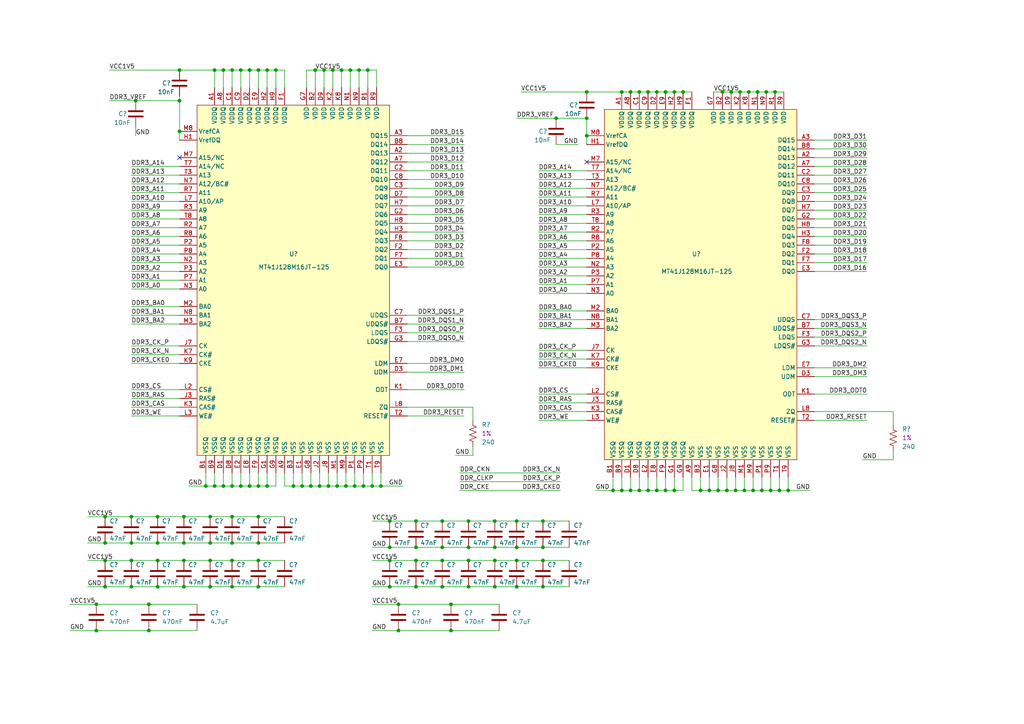
<source format=kicad_sch>
(kicad_sch (version 20211123) (generator eeschema)
  (paper "A4")
  (lib_symbols
    (symbol "Device:C" (pin_numbers hide) (pin_names (offset 0.254))
      (property "Reference" "C" (at 0.635 2.54 0))
      (property "Value" "C" (at 0.635 -2.54 0))
      (symbol "C_0_1"
        (polyline (pts (xy -2.032 -0.762) (xy 2.032 -0.762)) (stroke (width 0.508)))
        (polyline (pts (xy -2.032 0.762) (xy 2.032 0.762)) (stroke (width 0.508)))
      )
      (symbol "C_1_1"
        (pin passive line (at 0 3.81 270) (length 2.794) (name "~") (number "1"))
        (pin passive line (at 0 -3.81 90) (length 2.794) (name "~") (number "2"))
      )
    )
    (symbol "Device:R_US" (pin_numbers hide) (pin_names (offset 0))
      (property "Reference" "R" (at 2.54 0 90))
      (property "Value" "R_US" (at -2.54 0 90))
      (symbol "R_US_0_1"
        (polyline (pts (xy 0 -2.286) (xy 0 -2.54)))
        (polyline (pts (xy 0 2.286) (xy 0 2.54)))
        (polyline (pts (xy 0 -0.762) (xy 1.016 -1.143) (xy 0 -1.524) (xy -1.016 -1.905) (xy 0 -2.286)))
        (polyline (pts (xy 0 0.762) (xy 1.016 0.381) (xy 0 0) (xy -1.016 -0.381) (xy 0 -0.762)))
        (polyline (pts (xy 0 2.286) (xy 1.016 1.905) (xy 0 1.524) (xy -1.016 1.143) (xy 0 0.762)))
      )
      (symbol "R_US_1_1"
        (pin passive line (at 0 3.81 270) (length 1.27) (name "~") (number "1"))
        (pin passive line (at 0 -3.81 90) (length 1.27) (name "~") (number "2"))
      )
    )
    (symbol "MT41J128M16JT-125_1"
      (property "Reference" "U?" (at 0 1.27 0))
      (property "Value" "MT41J128M16JT-125_1" (at -8.89 -2.54 0))
      (symbol "MT41J128M16JT-125_1_0_1"
        (rectangle (start -26.67 44.45) (end 29.21 -57.15) (fill (type background)))
      )
      (symbol "MT41J128M16JT-125_1_1_1"
        (pin input line (at -21.59 49.53 270) (length 5) (name "VDDQ") (number "A1"))
        (pin input line (at 34.29 30.48 180) (length 5) (name "DQ13") (number "A2"))
        (pin input line (at 34.29 35.56 180) (length 5) (name "DQ15") (number "A3"))
        (pin input line (at 34.29 27.94 180) (length 5) (name "DQ12") (number "A7"))
        (pin input line (at -19.05 49.53 270) (length 5) (name "VDDQ") (number "A8"))
        (pin input line (at -1.27 -62.23 90) (length 5) (name "VSS") (number "A9"))
        (pin input line (at -24.13 -62.23 90) (length 5) (name "VSSQ") (number "B1"))
        (pin input line (at 7.62 49.53 270) (length 5) (name "VDD") (number "B2"))
        (pin input line (at 1.27 -62.23 90) (length 5) (name "VSS") (number "B3"))
        (pin input line (at 34.29 -19.05 180) (length 5) (name "UDQS#") (number "B7"))
        (pin input line (at 34.29 33.02 180) (length 5) (name "DQ14") (number "B8"))
        (pin input line (at -21.59 -62.23 90) (length 5) (name "VSSQ") (number "B9"))
        (pin input line (at -16.51 49.53 270) (length 5) (name "VDDQ") (number "C1"))
        (pin input line (at 34.29 25.4 180) (length 5) (name "DQ11") (number "C2"))
        (pin input line (at 34.29 20.32 180) (length 5) (name "DQ9") (number "C3"))
        (pin input line (at 34.29 -16.51 180) (length 5) (name "UDQS") (number "C7"))
        (pin input line (at 34.29 22.86 180) (length 5) (name "DQ10") (number "C8"))
        (pin input line (at -13.97 49.53 270) (length 5) (name "VDDQ") (number "C9"))
        (pin input line (at -19.05 -62.23 90) (length 5) (name "VSSQ") (number "D1"))
        (pin input line (at -11.43 49.53 270) (length 5) (name "VDDQ") (number "D2"))
        (pin input line (at 34.29 -33.02 180) (length 5) (name "UDM") (number "D3"))
        (pin input line (at 34.29 17.78 180) (length 5) (name "DQ8") (number "D7"))
        (pin input line (at -16.51 -62.23 90) (length 5) (name "VSSQ") (number "D8"))
        (pin input line (at 10.16 49.53 270) (length 5) (name "VDD") (number "D9"))
        (pin input line (at 3.81 -62.23 90) (length 5) (name "VSS") (number "E1"))
        (pin input line (at -13.97 -62.23 90) (length 5) (name "VSSQ") (number "E2"))
        (pin input line (at 34.29 -2.54 180) (length 5) (name "DQ0") (number "E3"))
        (pin input line (at 34.29 -30.48 180) (length 5) (name "LDM") (number "E7"))
        (pin input line (at -11.43 -62.23 90) (length 5) (name "VSSQ") (number "E8"))
        (pin input line (at -8.89 49.53 270) (length 5) (name "VDDQ") (number "E9"))
        (pin input line (at -1.27 49.53 270) (length 5) (name "VDDQ") (number "F1"))
        (pin input line (at 34.29 2.54 180) (length 5) (name "DQ2") (number "F2"))
        (pin input line (at 34.29 -21.59 180) (length 5) (name "LDQS") (number "F3"))
        (pin input line (at 34.29 0 180) (length 5) (name "DQ1") (number "F7"))
        (pin input line (at 34.29 5.08 180) (length 5) (name "DQ3") (number "F8"))
        (pin input line (at -8.89 -62.23 90) (length 5) (name "VSSQ") (number "F9"))
        (pin input line (at -6.35 -62.23 90) (length 5) (name "VSSQ") (number "G1"))
        (pin input line (at 34.29 12.7 180) (length 5) (name "DQ6") (number "G2"))
        (pin input line (at 34.29 -24.13 180) (length 5) (name "LDQS#") (number "G3"))
        (pin input line (at 5.08 49.53 270) (length 5) (name "VDD") (number "G7"))
        (pin input line (at 6.35 -62.23 90) (length 5) (name "VSS") (number "G8"))
        (pin input line (at -3.81 -62.23 90) (length 5) (name "VSSQ") (number "G9"))
        (pin input line (at -31.75 34.29 0) (length 5) (name "VrefDQ") (number "H1"))
        (pin input line (at -6.35 49.53 270) (length 5) (name "VDDQ") (number "H2"))
        (pin input line (at 34.29 7.62 180) (length 5) (name "DQ4") (number "H3"))
        (pin input line (at 34.29 15.24 180) (length 5) (name "DQ7") (number "H7"))
        (pin input line (at 34.29 10.16 180) (length 5) (name "DQ5") (number "H8"))
        (pin input line (at -3.81 49.53 270) (length 5) (name "VDDQ") (number "H9"))
        (pin input line (at 8.89 -62.23 90) (length 5) (name "VSS") (number "J2"))
        (pin input line (at -31.75 -40.64 0) (length 5) (name "RAS#") (number "J3"))
        (pin input line (at -31.75 -25.4 0) (length 5) (name "CK") (number "J7"))
        (pin input line (at 11.43 -62.23 90) (length 5) (name "VSS") (number "J8"))
        (pin input line (at 34.29 -38.1 180) (length 5) (name "ODT") (number "K1"))
        (pin input line (at 12.7 49.53 270) (length 5) (name "VDD") (number "K2"))
        (pin input line (at -31.75 -43.18 0) (length 5) (name "CAS#") (number "K3"))
        (pin input line (at -31.75 -27.94 0) (length 5) (name "CK#") (number "K7"))
        (pin input line (at 15.24 49.53 270) (length 5) (name "VDD") (number "K8"))
        (pin input line (at -31.75 -30.48 0) (length 5) (name "CKE") (number "K9"))
        (pin input line (at -31.75 -38.1 0) (length 5) (name "CS#") (number "L2"))
        (pin input line (at -31.75 -45.72 0) (length 5) (name "WE#") (number "L3"))
        (pin input line (at -31.75 16.51 0) (length 5) (name "A10/AP") (number "L7"))
        (pin input line (at 34.29 -43.18 180) (length 5) (name "ZQ") (number "L8"))
        (pin input line (at 13.97 -62.23 90) (length 5) (name "VSS") (number "M1"))
        (pin input line (at -31.75 -13.97 0) (length 5) (name "BA0") (number "M2"))
        (pin input line (at -31.75 -19.05 0) (length 5) (name "BA2") (number "M3"))
        (pin input line (at -31.75 29.21 0) (length 5) (name "A15/NC") (number "M7"))
        (pin input line (at -31.75 36.83 0) (length 5) (name "VrefCA") (number "M8"))
        (pin input line (at 16.51 -62.23 90) (length 5) (name "VSS") (number "M9"))
        (pin input line (at 17.78 49.53 270) (length 5) (name "VDD") (number "N1"))
        (pin input line (at -31.75 -1.27 0) (length 5) (name "A3") (number "N2"))
        (pin input line (at -31.75 -8.89 0) (length 5) (name "A0") (number "N3"))
        (pin input line (at -31.75 21.59 0) (length 5) (name "A12/BC#") (number "N7"))
        (pin input line (at -31.75 -16.51 0) (length 5) (name "BA1") (number "N8"))
        (pin input line (at 20.32 49.53 270) (length 5) (name "VDD") (number "N9"))
        (pin input line (at 19.05 -62.23 90) (length 5) (name "VSS") (number "P1"))
        (pin input line (at -31.75 3.81 0) (length 5) (name "A5") (number "P2"))
        (pin input line (at -31.75 -3.81 0) (length 5) (name "A2") (number "P3"))
        (pin input line (at -31.75 -6.35 0) (length 5) (name "A1") (number "P7"))
        (pin input line (at -31.75 1.27 0) (length 5) (name "A4") (number "P8"))
        (pin input line (at 21.59 -62.23 90) (length 5) (name "VSS") (number "P9"))
        (pin input line (at 22.86 49.53 270) (length 5) (name "VDD") (number "R1"))
        (pin input line (at -31.75 8.89 0) (length 5) (name "A7") (number "R2"))
        (pin input line (at -31.75 13.97 0) (length 5) (name "A9") (number "R3"))
        (pin input line (at -31.75 19.05 0) (length 5) (name "A11") (number "R7"))
        (pin input line (at -31.75 6.35 0) (length 5) (name "A6") (number "R8"))
        (pin input line (at 25.4 49.53 270) (length 5) (name "VDD") (number "R9"))
        (pin input line (at 24.13 -62.23 90) (length 5) (name "VSS") (number "T1"))
        (pin input line (at 34.29 -45.72 180) (length 5) (name "RESET#") (number "T2"))
        (pin input line (at -31.75 24.13 0) (length 5) (name "A13") (number "T3"))
        (pin input line (at -31.75 26.67 0) (length 5) (name "A14/NC") (number "T7"))
        (pin input line (at -31.75 11.43 0) (length 5) (name "A8") (number "T8"))
        (pin input line (at 26.67 -62.23 90) (length 5) (name "VSS") (number "T9"))
      )
    )
    (symbol "Zynq7000:MT41J128M16JT-125"
      (property "Reference" "U?" (at -1.27 2.54 0))
      (property "Value" "MT41J128M16JT-125" (at -10.16 -2.54 0))
      (symbol "MT41J128M16JT-125_0_1"
        (rectangle (start -26.67 44.45) (end 29.21 -57.15) (fill (type background)))
      )
      (symbol "MT41J128M16JT-125_1_1"
        (pin input line (at -21.59 49.53 270) (length 5) (name "VDDQ") (number "A1"))
        (pin input line (at 34.29 30.48 180) (length 5) (name "DQ13") (number "A2"))
        (pin input line (at 34.29 35.56 180) (length 5) (name "DQ15") (number "A3"))
        (pin input line (at 34.29 27.94 180) (length 5) (name "DQ12") (number "A7"))
        (pin input line (at -19.05 49.53 270) (length 5) (name "VDDQ") (number "A8"))
        (pin input line (at -1.27 -62.23 90) (length 5) (name "VSS") (number "A9"))
        (pin input line (at -24.13 -62.23 90) (length 5) (name "VSSQ") (number "B1"))
        (pin input line (at 7.62 49.53 270) (length 5) (name "VDD") (number "B2"))
        (pin input line (at 1.27 -62.23 90) (length 5) (name "VSS") (number "B3"))
        (pin input line (at 34.29 -19.05 180) (length 5) (name "UDQS#") (number "B7"))
        (pin input line (at 34.29 33.02 180) (length 5) (name "DQ14") (number "B8"))
        (pin input line (at -21.59 -62.23 90) (length 5) (name "VSSQ") (number "B9"))
        (pin input line (at -16.51 49.53 270) (length 5) (name "VDDQ") (number "C1"))
        (pin input line (at 34.29 25.4 180) (length 5) (name "DQ11") (number "C2"))
        (pin input line (at 34.29 20.32 180) (length 5) (name "DQ9") (number "C3"))
        (pin input line (at 34.29 -16.51 180) (length 5) (name "UDQS") (number "C7"))
        (pin input line (at 34.29 22.86 180) (length 5) (name "DQ10") (number "C8"))
        (pin input line (at -13.97 49.53 270) (length 5) (name "VDDQ") (number "C9"))
        (pin input line (at -19.05 -62.23 90) (length 5) (name "VSSQ") (number "D1"))
        (pin input line (at -11.43 49.53 270) (length 5) (name "VDDQ") (number "D2"))
        (pin input line (at 34.29 -33.02 180) (length 5) (name "UDM") (number "D3"))
        (pin input line (at 34.29 17.78 180) (length 5) (name "DQ8") (number "D7"))
        (pin input line (at -16.51 -62.23 90) (length 5) (name "VSSQ") (number "D8"))
        (pin input line (at 10.16 49.53 270) (length 5) (name "VDD") (number "D9"))
        (pin input line (at 3.81 -62.23 90) (length 5) (name "VSS") (number "E1"))
        (pin input line (at -13.97 -62.23 90) (length 5) (name "VSSQ") (number "E2"))
        (pin input line (at 34.29 -2.54 180) (length 5) (name "DQ0") (number "E3"))
        (pin input line (at 34.29 -30.48 180) (length 5) (name "LDM") (number "E7"))
        (pin input line (at -11.43 -62.23 90) (length 5) (name "VSSQ") (number "E8"))
        (pin input line (at -8.89 49.53 270) (length 5) (name "VDDQ") (number "E9"))
        (pin input line (at -1.27 49.53 270) (length 5) (name "VDDQ") (number "F1"))
        (pin input line (at 34.29 2.54 180) (length 5) (name "DQ2") (number "F2"))
        (pin input line (at 34.29 -21.59 180) (length 5) (name "LDQS") (number "F3"))
        (pin input line (at 34.29 0 180) (length 5) (name "DQ1") (number "F7"))
        (pin input line (at 34.29 5.08 180) (length 5) (name "DQ3") (number "F8"))
        (pin input line (at -8.89 -62.23 90) (length 5) (name "VSSQ") (number "F9"))
        (pin input line (at -6.35 -62.23 90) (length 5) (name "VSSQ") (number "G1"))
        (pin input line (at 34.29 12.7 180) (length 5) (name "DQ6") (number "G2"))
        (pin input line (at 34.29 -24.13 180) (length 5) (name "LDQS#") (number "G3"))
        (pin input line (at 5.08 49.53 270) (length 5) (name "VDD") (number "G7"))
        (pin input line (at 6.35 -62.23 90) (length 5) (name "VSS") (number "G8"))
        (pin input line (at -3.81 -62.23 90) (length 5) (name "VSSQ") (number "G9"))
        (pin input line (at -31.75 34.29 0) (length 5) (name "VrefDQ") (number "H1"))
        (pin input line (at -6.35 49.53 270) (length 5) (name "VDDQ") (number "H2"))
        (pin input line (at 34.29 7.62 180) (length 5) (name "DQ4") (number "H3"))
        (pin input line (at 34.29 15.24 180) (length 5) (name "DQ7") (number "H7"))
        (pin input line (at 34.29 10.16 180) (length 5) (name "DQ5") (number "H8"))
        (pin input line (at -3.81 49.53 270) (length 5) (name "VDDQ") (number "H9"))
        (pin input line (at 8.89 -62.23 90) (length 5) (name "VSS") (number "J2"))
        (pin input line (at -31.75 -40.64 0) (length 5) (name "RAS#") (number "J3"))
        (pin input line (at -31.75 -25.4 0) (length 5) (name "CK") (number "J7"))
        (pin input line (at 11.43 -62.23 90) (length 5) (name "VSS") (number "J8"))
        (pin input line (at 34.29 -38.1 180) (length 5) (name "ODT") (number "K1"))
        (pin input line (at 12.7 49.53 270) (length 5) (name "VDD") (number "K2"))
        (pin input line (at -31.75 -43.18 0) (length 5) (name "CAS#") (number "K3"))
        (pin input line (at -31.75 -27.94 0) (length 5) (name "CK#") (number "K7"))
        (pin input line (at 15.24 49.53 270) (length 5) (name "VDD") (number "K8"))
        (pin input line (at -31.75 -30.48 0) (length 5) (name "CKE") (number "K9"))
        (pin input line (at -31.75 -38.1 0) (length 5) (name "CS#") (number "L2"))
        (pin input line (at -31.75 -45.72 0) (length 5) (name "WE#") (number "L3"))
        (pin input line (at -31.75 16.51 0) (length 5) (name "A10/AP") (number "L7"))
        (pin input line (at 34.29 -43.18 180) (length 5) (name "ZQ") (number "L8"))
        (pin input line (at 13.97 -62.23 90) (length 5) (name "VSS") (number "M1"))
        (pin input line (at -31.75 -13.97 0) (length 5) (name "BA0") (number "M2"))
        (pin input line (at -31.75 -19.05 0) (length 5) (name "BA2") (number "M3"))
        (pin input line (at -31.75 29.21 0) (length 5) (name "A15/NC") (number "M7"))
        (pin input line (at -31.75 36.83 0) (length 5) (name "VrefCA") (number "M8"))
        (pin input line (at 16.51 -62.23 90) (length 5) (name "VSS") (number "M9"))
        (pin input line (at 17.78 49.53 270) (length 5) (name "VDD") (number "N1"))
        (pin input line (at -31.75 -1.27 0) (length 5) (name "A3") (number "N2"))
        (pin input line (at -31.75 -8.89 0) (length 5) (name "A0") (number "N3"))
        (pin input line (at -31.75 21.59 0) (length 5) (name "A12/BC#") (number "N7"))
        (pin input line (at -31.75 -16.51 0) (length 5) (name "BA1") (number "N8"))
        (pin input line (at 20.32 49.53 270) (length 5) (name "VDD") (number "N9"))
        (pin input line (at 19.05 -62.23 90) (length 5) (name "VSS") (number "P1"))
        (pin input line (at -31.75 3.81 0) (length 5) (name "A5") (number "P2"))
        (pin input line (at -31.75 -3.81 0) (length 5) (name "A2") (number "P3"))
        (pin input line (at -31.75 -6.35 0) (length 5) (name "A1") (number "P7"))
        (pin input line (at -31.75 1.27 0) (length 5) (name "A4") (number "P8"))
        (pin input line (at 21.59 -62.23 90) (length 5) (name "VSS") (number "P9"))
        (pin input line (at 22.86 49.53 270) (length 5) (name "VDD") (number "R1"))
        (pin input line (at -31.75 8.89 0) (length 5) (name "A7") (number "R2"))
        (pin input line (at -31.75 13.97 0) (length 5) (name "A9") (number "R3"))
        (pin input line (at -31.75 19.05 0) (length 5) (name "A11") (number "R7"))
        (pin input line (at -31.75 6.35 0) (length 5) (name "A6") (number "R8"))
        (pin input line (at 25.4 49.53 270) (length 5) (name "VDD") (number "R9"))
        (pin input line (at 24.13 -62.23 90) (length 5) (name "VSS") (number "T1"))
        (pin input line (at 34.29 -45.72 180) (length 5) (name "RESET#") (number "T2"))
        (pin input line (at -31.75 24.13 0) (length 5) (name "A13") (number "T3"))
        (pin input line (at -31.75 26.67 0) (length 5) (name "A14/NC") (number "T7"))
        (pin input line (at -31.75 11.43 0) (length 5) (name "A8") (number "T8"))
        (pin input line (at 26.67 -62.23 90) (length 5) (name "VSS") (number "T9"))
      )
    )
  )
  (junction (at 187.96 26.67))
  (junction (at 105.41 140.97))
  (junction (at 170.18 34.29))
  (junction (at 77.47 140.97))
  (junction (at 74.93 157.48))
  (junction (at 39.37 29.21))
  (junction (at 215.9 142.24))
  (junction (at 149.86 151.13))
  (junction (at 224.79 26.67))
  (junction (at 72.39 20.32))
  (junction (at 77.47 20.32))
  (junction (at 53.34 157.48))
  (junction (at 143.51 170.18))
  (junction (at 130.81 175.26))
  (junction (at 149.86 162.56))
  (junction (at 85.09 140.97))
  (junction (at 52.07 29.21))
  (junction (at 67.31 170.18))
  (junction (at 100.33 140.97))
  (junction (at 64.77 140.97))
  (junction (at 80.01 20.32))
  (junction (at 170.18 39.37))
  (junction (at 190.5 26.67))
  (junction (at 107.95 140.97))
  (junction (at 135.89 162.56))
  (junction (at 74.93 149.86))
  (junction (at 91.44 20.32))
  (junction (at 135.89 151.13))
  (junction (at 115.57 182.88))
  (junction (at 212.09 26.67))
  (junction (at 143.51 162.56))
  (junction (at 213.36 142.24))
  (junction (at 120.65 162.56))
  (junction (at 106.68 20.32))
  (junction (at 93.98 20.32))
  (junction (at 157.48 162.56))
  (junction (at 143.51 158.75))
  (junction (at 128.27 151.13))
  (junction (at 185.42 26.67))
  (junction (at 87.63 140.97))
  (junction (at 228.6 142.24))
  (junction (at 74.93 140.97))
  (junction (at 27.94 182.88))
  (junction (at 99.06 20.32))
  (junction (at 214.63 26.67))
  (junction (at 208.28 142.24))
  (junction (at 170.18 26.67))
  (junction (at 113.03 158.75))
  (junction (at 67.31 149.86))
  (junction (at 182.88 26.67))
  (junction (at 67.31 157.48))
  (junction (at 74.93 20.32))
  (junction (at 53.34 170.18))
  (junction (at 64.77 20.32))
  (junction (at 157.48 151.13))
  (junction (at 198.12 26.67))
  (junction (at 190.5 142.24))
  (junction (at 38.1 162.56))
  (junction (at 45.72 162.56))
  (junction (at 157.48 158.75))
  (junction (at 53.34 149.86))
  (junction (at 120.65 151.13))
  (junction (at 60.96 170.18))
  (junction (at 222.25 26.67))
  (junction (at 62.23 20.32))
  (junction (at 38.1 157.48))
  (junction (at 27.94 175.26))
  (junction (at 187.96 142.24))
  (junction (at 74.93 162.56))
  (junction (at 102.87 140.97))
  (junction (at 180.34 26.67))
  (junction (at 53.34 162.56))
  (junction (at 180.34 142.24))
  (junction (at 97.79 140.97))
  (junction (at 69.85 20.32))
  (junction (at 60.96 157.48))
  (junction (at 143.51 151.13))
  (junction (at 59.69 140.97))
  (junction (at 52.07 20.32))
  (junction (at 69.85 140.97))
  (junction (at 226.06 142.24))
  (junction (at 193.04 26.67))
  (junction (at 67.31 140.97))
  (junction (at 161.29 34.29))
  (junction (at 43.18 175.26))
  (junction (at 135.89 158.75))
  (junction (at 90.17 140.97))
  (junction (at 72.39 140.97))
  (junction (at 52.07 38.1))
  (junction (at 38.1 170.18))
  (junction (at 128.27 162.56))
  (junction (at 217.17 26.67))
  (junction (at 195.58 26.67))
  (junction (at 67.31 162.56))
  (junction (at 135.89 170.18))
  (junction (at 185.42 142.24))
  (junction (at 110.49 140.97))
  (junction (at 67.31 20.32))
  (junction (at 74.93 170.18))
  (junction (at 130.81 182.88))
  (junction (at 209.55 26.67))
  (junction (at 30.48 162.56))
  (junction (at 157.48 170.18))
  (junction (at 30.48 157.48))
  (junction (at 62.23 140.97))
  (junction (at 203.2 142.24))
  (junction (at 218.44 142.24))
  (junction (at 219.71 26.67))
  (junction (at 195.58 142.24))
  (junction (at 149.86 170.18))
  (junction (at 113.03 162.56))
  (junction (at 182.88 142.24))
  (junction (at 30.48 170.18))
  (junction (at 104.14 20.32))
  (junction (at 223.52 142.24))
  (junction (at 149.86 158.75))
  (junction (at 43.18 182.88))
  (junction (at 38.1 149.86))
  (junction (at 45.72 149.86))
  (junction (at 120.65 158.75))
  (junction (at 92.71 140.97))
  (junction (at 45.72 157.48))
  (junction (at 120.65 170.18))
  (junction (at 101.6 20.32))
  (junction (at 60.96 149.86))
  (junction (at 113.03 151.13))
  (junction (at 193.04 142.24))
  (junction (at 210.82 142.24))
  (junction (at 60.96 162.56))
  (junction (at 177.8 142.24))
  (junction (at 205.74 142.24))
  (junction (at 30.48 149.86))
  (junction (at 115.57 175.26))
  (junction (at 95.25 140.97))
  (junction (at 113.03 170.18))
  (junction (at 128.27 158.75))
  (junction (at 96.52 20.32))
  (junction (at 128.27 170.18))
  (junction (at 220.98 142.24))
  (junction (at 45.72 170.18))
  (no_connect (at 52.07 45.72))
  (no_connect (at 170.18 46.99))
  (wire (pts (xy 182.88 138.43) (xy 182.88 142.24)))
  (wire (pts (xy 118.11 74.93) (xy 134.62 74.93)))
  (wire (pts (xy 106.68 20.32) (xy 109.22 20.32)))
  (wire (pts (xy 92.71 137.16) (xy 92.71 140.97)))
  (wire (pts (xy 85.09 140.97) (xy 87.63 140.97)))
  (wire (pts (xy 87.63 137.16) (xy 87.63 140.97)))
  (wire (pts (xy 236.22 78.74) (xy 251.46 78.74)))
  (wire (pts (xy 118.11 118.11) (xy 137.16 118.11)))
  (wire (pts (xy 236.22 73.66) (xy 251.46 73.66)))
  (wire (pts (xy 151.13 26.67) (xy 170.18 26.67)))
  (wire (pts (xy 236.22 68.58) (xy 251.46 68.58)))
  (wire (pts (xy 118.11 44.45) (xy 134.62 44.45)))
  (wire (pts (xy 52.07 38.1) (xy 52.07 40.64)))
  (wire (pts (xy 156.21 95.25) (xy 170.18 95.25)))
  (wire (pts (xy 101.6 20.32) (xy 104.14 20.32)))
  (wire (pts (xy 107.95 158.75) (xy 113.03 158.75)))
  (wire (pts (xy 30.48 170.18) (xy 38.1 170.18)))
  (wire (pts (xy 74.93 137.16) (xy 74.93 140.97)))
  (wire (pts (xy 212.09 26.67) (xy 214.63 26.67)))
  (wire (pts (xy 107.95 170.18) (xy 113.03 170.18)))
  (wire (pts (xy 30.48 162.56) (xy 38.1 162.56)))
  (wire (pts (xy 38.1 81.28) (xy 52.07 81.28)))
  (wire (pts (xy 110.49 140.97) (xy 116.84 140.97)))
  (wire (pts (xy 38.1 115.57) (xy 52.07 115.57)))
  (wire (pts (xy 156.21 54.61) (xy 170.18 54.61)))
  (wire (pts (xy 43.18 175.26) (xy 57.15 175.26)))
  (wire (pts (xy 100.33 137.16) (xy 100.33 140.97)))
  (wire (pts (xy 38.1 53.34) (xy 52.07 53.34)))
  (wire (pts (xy 118.11 59.69) (xy 134.62 59.69)))
  (wire (pts (xy 118.11 93.98) (xy 134.62 93.98)))
  (wire (pts (xy 101.6 20.32) (xy 101.6 25.4)))
  (wire (pts (xy 106.68 20.32) (xy 106.68 25.4)))
  (wire (pts (xy 115.57 175.26) (xy 130.81 175.26)))
  (wire (pts (xy 100.33 140.97) (xy 102.87 140.97)))
  (wire (pts (xy 107.95 140.97) (xy 110.49 140.97)))
  (wire (pts (xy 215.9 138.43) (xy 215.9 142.24)))
  (wire (pts (xy 187.96 26.67) (xy 190.5 26.67)))
  (wire (pts (xy 53.34 149.86) (xy 60.96 149.86)))
  (wire (pts (xy 38.1 120.65) (xy 52.07 120.65)))
  (wire (pts (xy 120.65 162.56) (xy 128.27 162.56)))
  (wire (pts (xy 38.1 88.9) (xy 52.07 88.9)))
  (wire (pts (xy 198.12 26.67) (xy 200.66 26.67)))
  (wire (pts (xy 105.41 137.16) (xy 105.41 140.97)))
  (wire (pts (xy 156.21 59.69) (xy 170.18 59.69)))
  (wire (pts (xy 205.74 138.43) (xy 205.74 142.24)))
  (wire (pts (xy 236.22 66.04) (xy 251.46 66.04)))
  (wire (pts (xy 236.22 97.79) (xy 251.46 97.79)))
  (wire (pts (xy 215.9 142.24) (xy 218.44 142.24)))
  (wire (pts (xy 133.35 137.16) (xy 162.56 137.16)))
  (wire (pts (xy 172.72 142.24) (xy 177.8 142.24)))
  (wire (pts (xy 38.1 71.12) (xy 52.07 71.12)))
  (wire (pts (xy 69.85 20.32) (xy 72.39 20.32)))
  (wire (pts (xy 80.01 137.16) (xy 80.01 140.97)))
  (wire (pts (xy 38.1 93.98) (xy 52.07 93.98)))
  (wire (pts (xy 90.17 137.16) (xy 90.17 140.97)))
  (wire (pts (xy 62.23 137.16) (xy 62.23 140.97)))
  (wire (pts (xy 77.47 137.16) (xy 77.47 140.97)))
  (wire (pts (xy 38.1 105.41) (xy 52.07 105.41)))
  (wire (pts (xy 69.85 25.4) (xy 69.85 20.32)))
  (wire (pts (xy 156.21 119.38) (xy 170.18 119.38)))
  (wire (pts (xy 180.34 138.43) (xy 180.34 142.24)))
  (wire (pts (xy 156.21 92.71) (xy 170.18 92.71)))
  (wire (pts (xy 213.36 142.24) (xy 215.9 142.24)))
  (wire (pts (xy 217.17 26.67) (xy 219.71 26.67)))
  (wire (pts (xy 96.52 20.32) (xy 99.06 20.32)))
  (wire (pts (xy 69.85 140.97) (xy 72.39 140.97)))
  (wire (pts (xy 236.22 114.3) (xy 251.46 114.3)))
  (wire (pts (xy 118.11 72.39) (xy 134.62 72.39)))
  (wire (pts (xy 205.74 142.24) (xy 208.28 142.24)))
  (wire (pts (xy 85.09 137.16) (xy 85.09 140.97)))
  (wire (pts (xy 72.39 137.16) (xy 72.39 140.97)))
  (wire (pts (xy 185.42 26.67) (xy 187.96 26.67)))
  (wire (pts (xy 156.21 64.77) (xy 170.18 64.77)))
  (wire (pts (xy 118.11 69.85) (xy 134.62 69.85)))
  (wire (pts (xy 102.87 137.16) (xy 102.87 140.97)))
  (wire (pts (xy 77.47 20.32) (xy 80.01 20.32)))
  (wire (pts (xy 143.51 162.56) (xy 149.86 162.56)))
  (wire (pts (xy 72.39 20.32) (xy 72.39 25.4)))
  (wire (pts (xy 45.72 162.56) (xy 53.34 162.56)))
  (wire (pts (xy 59.69 140.97) (xy 62.23 140.97)))
  (wire (pts (xy 60.96 149.86) (xy 67.31 149.86)))
  (wire (pts (xy 88.9 25.4) (xy 88.9 20.32)))
  (wire (pts (xy 236.22 58.42) (xy 251.46 58.42)))
  (wire (pts (xy 209.55 26.67) (xy 212.09 26.67)))
  (wire (pts (xy 118.11 113.03) (xy 134.62 113.03)))
  (wire (pts (xy 218.44 138.43) (xy 218.44 142.24)))
  (wire (pts (xy 149.86 158.75) (xy 157.48 158.75)))
  (wire (pts (xy 64.77 20.32) (xy 67.31 20.32)))
  (wire (pts (xy 118.11 105.41) (xy 134.62 105.41)))
  (wire (pts (xy 27.94 175.26) (xy 43.18 175.26)))
  (wire (pts (xy 104.14 20.32) (xy 104.14 25.4)))
  (wire (pts (xy 236.22 60.96) (xy 251.46 60.96)))
  (wire (pts (xy 187.96 142.24) (xy 190.5 142.24)))
  (wire (pts (xy 156.21 80.01) (xy 170.18 80.01)))
  (wire (pts (xy 259.08 119.38) (xy 259.08 123.19)))
  (wire (pts (xy 207.01 26.67) (xy 209.55 26.67)))
  (wire (pts (xy 74.93 140.97) (xy 77.47 140.97)))
  (wire (pts (xy 180.34 142.24) (xy 182.88 142.24)))
  (wire (pts (xy 67.31 157.48) (xy 74.93 157.48)))
  (wire (pts (xy 64.77 20.32) (xy 64.77 25.4)))
  (wire (pts (xy 90.17 140.97) (xy 92.71 140.97)))
  (wire (pts (xy 203.2 142.24) (xy 205.74 142.24)))
  (wire (pts (xy 130.81 182.88) (xy 144.78 182.88)))
  (wire (pts (xy 120.65 158.75) (xy 128.27 158.75)))
  (wire (pts (xy 128.27 170.18) (xy 135.89 170.18)))
  (wire (pts (xy 143.51 170.18) (xy 149.86 170.18)))
  (wire (pts (xy 143.51 158.75) (xy 149.86 158.75)))
  (wire (pts (xy 236.22 53.34) (xy 251.46 53.34)))
  (wire (pts (xy 156.21 106.68) (xy 170.18 106.68)))
  (wire (pts (xy 74.93 157.48) (xy 82.55 157.48)))
  (wire (pts (xy 170.18 39.37) (xy 170.18 41.91)))
  (wire (pts (xy 104.14 20.32) (xy 106.68 20.32)))
  (wire (pts (xy 113.03 151.13) (xy 120.65 151.13)))
  (wire (pts (xy 67.31 20.32) (xy 67.31 25.4)))
  (wire (pts (xy 156.21 67.31) (xy 170.18 67.31)))
  (wire (pts (xy 118.11 41.91) (xy 134.62 41.91)))
  (wire (pts (xy 67.31 140.97) (xy 69.85 140.97)))
  (wire (pts (xy 45.72 170.18) (xy 53.34 170.18)))
  (wire (pts (xy 45.72 149.86) (xy 53.34 149.86)))
  (wire (pts (xy 210.82 142.24) (xy 213.36 142.24)))
  (wire (pts (xy 236.22 92.71) (xy 251.46 92.71)))
  (wire (pts (xy 236.22 40.64) (xy 251.46 40.64)))
  (wire (pts (xy 118.11 64.77) (xy 134.62 64.77)))
  (wire (pts (xy 107.95 175.26) (xy 115.57 175.26)))
  (wire (pts (xy 250.19 133.35) (xy 259.08 133.35)))
  (wire (pts (xy 228.6 142.24) (xy 234.95 142.24)))
  (wire (pts (xy 228.6 138.43) (xy 228.6 142.24)))
  (wire (pts (xy 91.44 20.32) (xy 91.44 25.4)))
  (wire (pts (xy 80.01 25.4) (xy 80.01 20.32)))
  (wire (pts (xy 236.22 71.12) (xy 251.46 71.12)))
  (wire (pts (xy 31.75 29.21) (xy 39.37 29.21)))
  (wire (pts (xy 113.03 158.75) (xy 120.65 158.75)))
  (wire (pts (xy 67.31 170.18) (xy 74.93 170.18)))
  (wire (pts (xy 38.1 100.33) (xy 52.07 100.33)))
  (wire (pts (xy 156.21 52.07) (xy 170.18 52.07)))
  (wire (pts (xy 185.42 142.24) (xy 187.96 142.24)))
  (wire (pts (xy 38.1 55.88) (xy 52.07 55.88)))
  (wire (pts (xy 82.55 140.97) (xy 85.09 140.97)))
  (wire (pts (xy 20.32 182.88) (xy 27.94 182.88)))
  (wire (pts (xy 236.22 95.25) (xy 251.46 95.25)))
  (wire (pts (xy 226.06 138.43) (xy 226.06 142.24)))
  (wire (pts (xy 38.1 68.58) (xy 52.07 68.58)))
  (wire (pts (xy 25.4 149.86) (xy 30.48 149.86)))
  (wire (pts (xy 156.21 101.6) (xy 170.18 101.6)))
  (wire (pts (xy 161.29 34.29) (xy 170.18 34.29)))
  (wire (pts (xy 52.07 27.94) (xy 52.07 29.21)))
  (wire (pts (xy 161.29 41.91) (xy 167.64 41.91)))
  (wire (pts (xy 236.22 76.2) (xy 251.46 76.2)))
  (wire (pts (xy 133.35 139.7) (xy 162.56 139.7)))
  (wire (pts (xy 60.96 170.18) (xy 67.31 170.18)))
  (wire (pts (xy 72.39 140.97) (xy 74.93 140.97)))
  (wire (pts (xy 210.82 138.43) (xy 210.82 142.24)))
  (wire (pts (xy 180.34 26.67) (xy 182.88 26.67)))
  (wire (pts (xy 74.93 162.56) (xy 82.55 162.56)))
  (wire (pts (xy 45.72 157.48) (xy 53.34 157.48)))
  (wire (pts (xy 27.94 182.88) (xy 43.18 182.88)))
  (wire (pts (xy 118.11 52.07) (xy 134.62 52.07)))
  (wire (pts (xy 213.36 138.43) (xy 213.36 142.24)))
  (wire (pts (xy 156.21 62.23) (xy 170.18 62.23)))
  (wire (pts (xy 118.11 49.53) (xy 134.62 49.53)))
  (wire (pts (xy 157.48 151.13) (xy 165.1 151.13)))
  (wire (pts (xy 120.65 151.13) (xy 128.27 151.13)))
  (wire (pts (xy 149.86 151.13) (xy 157.48 151.13)))
  (wire (pts (xy 236.22 109.22) (xy 251.46 109.22)))
  (wire (pts (xy 67.31 137.16) (xy 67.31 140.97)))
  (wire (pts (xy 74.93 170.18) (xy 82.55 170.18)))
  (wire (pts (xy 52.07 29.21) (xy 52.07 38.1)))
  (wire (pts (xy 38.1 162.56) (xy 45.72 162.56)))
  (wire (pts (xy 170.18 34.29) (xy 170.18 39.37)))
  (wire (pts (xy 135.89 170.18) (xy 143.51 170.18)))
  (wire (pts (xy 187.96 138.43) (xy 187.96 142.24)))
  (wire (pts (xy 128.27 162.56) (xy 135.89 162.56)))
  (wire (pts (xy 220.98 138.43) (xy 220.98 142.24)))
  (wire (pts (xy 87.63 140.97) (xy 90.17 140.97)))
  (wire (pts (xy 39.37 39.37) (xy 39.37 36.83)))
  (wire (pts (xy 195.58 138.43) (xy 195.58 142.24)))
  (wire (pts (xy 226.06 142.24) (xy 228.6 142.24)))
  (wire (pts (xy 118.11 67.31) (xy 134.62 67.31)))
  (wire (pts (xy 132.08 132.08) (xy 137.16 132.08)))
  (wire (pts (xy 149.86 170.18) (xy 157.48 170.18)))
  (wire (pts (xy 77.47 140.97) (xy 80.01 140.97)))
  (wire (pts (xy 59.69 137.16) (xy 59.69 140.97)))
  (wire (pts (xy 200.66 138.43) (xy 200.66 142.24)))
  (wire (pts (xy 77.47 20.32) (xy 77.47 25.4)))
  (wire (pts (xy 99.06 20.32) (xy 101.6 20.32)))
  (wire (pts (xy 38.1 91.44) (xy 52.07 91.44)))
  (wire (pts (xy 38.1 102.87) (xy 52.07 102.87)))
  (wire (pts (xy 220.98 142.24) (xy 223.52 142.24)))
  (wire (pts (xy 62.23 20.32) (xy 64.77 20.32)))
  (wire (pts (xy 72.39 20.32) (xy 74.93 20.32)))
  (wire (pts (xy 223.52 138.43) (xy 223.52 142.24)))
  (wire (pts (xy 137.16 129.54) (xy 137.16 132.08)))
  (wire (pts (xy 118.11 99.06) (xy 134.62 99.06)))
  (wire (pts (xy 236.22 48.26) (xy 251.46 48.26)))
  (wire (pts (xy 25.4 162.56) (xy 30.48 162.56)))
  (wire (pts (xy 223.52 142.24) (xy 226.06 142.24)))
  (wire (pts (xy 224.79 26.67) (xy 227.33 26.67)))
  (wire (pts (xy 20.32 175.26) (xy 27.94 175.26)))
  (wire (pts (xy 118.11 120.65) (xy 134.62 120.65)))
  (wire (pts (xy 190.5 142.24) (xy 193.04 142.24)))
  (wire (pts (xy 200.66 142.24) (xy 203.2 142.24)))
  (wire (pts (xy 64.77 137.16) (xy 64.77 140.97)))
  (wire (pts (xy 156.21 72.39) (xy 170.18 72.39)))
  (wire (pts (xy 53.34 162.56) (xy 60.96 162.56)))
  (wire (pts (xy 157.48 170.18) (xy 165.1 170.18)))
  (wire (pts (xy 97.79 140.97) (xy 100.33 140.97)))
  (wire (pts (xy 236.22 100.33) (xy 251.46 100.33)))
  (wire (pts (xy 69.85 137.16) (xy 69.85 140.97)))
  (wire (pts (xy 236.22 119.38) (xy 259.08 119.38)))
  (wire (pts (xy 182.88 26.67) (xy 185.42 26.67)))
  (wire (pts (xy 38.1 83.82) (xy 52.07 83.82)))
  (wire (pts (xy 25.4 157.48) (xy 30.48 157.48)))
  (wire (pts (xy 236.22 121.92) (xy 251.46 121.92)))
  (wire (pts (xy 156.21 77.47) (xy 170.18 77.47)))
  (wire (pts (xy 38.1 118.11) (xy 52.07 118.11)))
  (wire (pts (xy 120.65 170.18) (xy 128.27 170.18)))
  (wire (pts (xy 91.44 20.32) (xy 93.98 20.32)))
  (wire (pts (xy 53.34 157.48) (xy 60.96 157.48)))
  (wire (pts (xy 156.21 49.53) (xy 170.18 49.53)))
  (wire (pts (xy 177.8 142.24) (xy 180.34 142.24)))
  (wire (pts (xy 170.18 26.67) (xy 180.34 26.67)))
  (wire (pts (xy 143.51 151.13) (xy 149.86 151.13)))
  (wire (pts (xy 38.1 50.8) (xy 52.07 50.8)))
  (wire (pts (xy 38.1 157.48) (xy 45.72 157.48)))
  (wire (pts (xy 38.1 78.74) (xy 52.07 78.74)))
  (wire (pts (xy 82.55 20.32) (xy 82.55 25.4)))
  (wire (pts (xy 95.25 140.97) (xy 97.79 140.97)))
  (wire (pts (xy 38.1 113.03) (xy 52.07 113.03)))
  (wire (pts (xy 135.89 151.13) (xy 143.51 151.13)))
  (wire (pts (xy 74.93 20.32) (xy 74.93 25.4)))
  (wire (pts (xy 38.1 58.42) (xy 52.07 58.42)))
  (wire (pts (xy 236.22 43.18) (xy 251.46 43.18)))
  (wire (pts (xy 53.34 170.18) (xy 60.96 170.18)))
  (wire (pts (xy 118.11 96.52) (xy 134.62 96.52)))
  (wire (pts (xy 156.21 82.55) (xy 170.18 82.55)))
  (wire (pts (xy 193.04 142.24) (xy 195.58 142.24)))
  (wire (pts (xy 38.1 170.18) (xy 45.72 170.18)))
  (wire (pts (xy 54.61 140.97) (xy 59.69 140.97)))
  (wire (pts (xy 107.95 182.88) (xy 115.57 182.88)))
  (wire (pts (xy 195.58 26.67) (xy 198.12 26.67)))
  (wire (pts (xy 38.1 48.26) (xy 52.07 48.26)))
  (wire (pts (xy 39.37 29.21) (xy 52.07 29.21)))
  (wire (pts (xy 82.55 137.16) (xy 82.55 140.97)))
  (wire (pts (xy 30.48 149.86) (xy 38.1 149.86)))
  (wire (pts (xy 115.57 182.88) (xy 130.81 182.88)))
  (wire (pts (xy 149.86 162.56) (xy 157.48 162.56)))
  (wire (pts (xy 156.21 85.09) (xy 170.18 85.09)))
  (wire (pts (xy 236.22 106.68) (xy 251.46 106.68)))
  (wire (pts (xy 97.79 137.16) (xy 97.79 140.97)))
  (wire (pts (xy 107.95 162.56) (xy 113.03 162.56)))
  (wire (pts (xy 222.25 26.67) (xy 224.79 26.67)))
  (wire (pts (xy 118.11 39.37) (xy 134.62 39.37)))
  (wire (pts (xy 107.95 137.16) (xy 107.95 140.97)))
  (wire (pts (xy 25.4 170.18) (xy 30.48 170.18)))
  (wire (pts (xy 107.95 151.13) (xy 113.03 151.13)))
  (wire (pts (xy 156.21 116.84) (xy 170.18 116.84)))
  (wire (pts (xy 149.86 34.29) (xy 161.29 34.29)))
  (wire (pts (xy 52.07 20.32) (xy 62.23 20.32)))
  (wire (pts (xy 130.81 175.26) (xy 144.78 175.26)))
  (wire (pts (xy 113.03 162.56) (xy 120.65 162.56)))
  (wire (pts (xy 74.93 149.86) (xy 82.55 149.86)))
  (wire (pts (xy 93.98 20.32) (xy 93.98 25.4)))
  (wire (pts (xy 156.21 114.3) (xy 170.18 114.3)))
  (wire (pts (xy 60.96 162.56) (xy 67.31 162.56)))
  (wire (pts (xy 38.1 63.5) (xy 52.07 63.5)))
  (wire (pts (xy 208.28 138.43) (xy 208.28 142.24)))
  (wire (pts (xy 219.71 26.67) (xy 222.25 26.67)))
  (wire (pts (xy 88.9 20.32) (xy 91.44 20.32)))
  (wire (pts (xy 118.11 46.99) (xy 134.62 46.99)))
  (wire (pts (xy 43.18 182.88) (xy 57.15 182.88)))
  (wire (pts (xy 156.21 74.93) (xy 170.18 74.93)))
  (wire (pts (xy 259.08 130.81) (xy 259.08 133.35)))
  (wire (pts (xy 67.31 162.56) (xy 74.93 162.56)))
  (wire (pts (xy 214.63 26.67) (xy 217.17 26.67)))
  (wire (pts (xy 62.23 20.32) (xy 62.23 25.4)))
  (wire (pts (xy 156.21 57.15) (xy 170.18 57.15)))
  (wire (pts (xy 182.88 142.24) (xy 185.42 142.24)))
  (wire (pts (xy 105.41 140.97) (xy 107.95 140.97)))
  (wire (pts (xy 80.01 20.32) (xy 82.55 20.32)))
  (wire (pts (xy 156.21 90.17) (xy 170.18 90.17)))
  (wire (pts (xy 99.06 20.32) (xy 99.06 25.4)))
  (wire (pts (xy 95.25 137.16) (xy 95.25 140.97)))
  (wire (pts (xy 38.1 60.96) (xy 52.07 60.96)))
  (wire (pts (xy 195.58 142.24) (xy 198.12 142.24)))
  (wire (pts (xy 74.93 20.32) (xy 77.47 20.32)))
  (wire (pts (xy 31.75 20.32) (xy 52.07 20.32)))
  (wire (pts (xy 38.1 149.86) (xy 45.72 149.86)))
  (wire (pts (xy 135.89 162.56) (xy 143.51 162.56)))
  (wire (pts (xy 118.11 107.95) (xy 134.62 107.95)))
  (wire (pts (xy 236.22 63.5) (xy 251.46 63.5)))
  (wire (pts (xy 128.27 151.13) (xy 135.89 151.13)))
  (wire (pts (xy 38.1 66.04) (xy 52.07 66.04)))
  (wire (pts (xy 177.8 138.43) (xy 177.8 142.24)))
  (wire (pts (xy 92.71 140.97) (xy 95.25 140.97)))
  (wire (pts (xy 236.22 55.88) (xy 251.46 55.88)))
  (wire (pts (xy 118.11 62.23) (xy 134.62 62.23)))
  (wire (pts (xy 128.27 158.75) (xy 135.89 158.75)))
  (wire (pts (xy 157.48 158.75) (xy 165.1 158.75)))
  (wire (pts (xy 185.42 138.43) (xy 185.42 142.24)))
  (wire (pts (xy 135.89 158.75) (xy 143.51 158.75)))
  (wire (pts (xy 110.49 137.16) (xy 110.49 140.97)))
  (wire (pts (xy 137.16 118.11) (xy 137.16 121.92)))
  (wire (pts (xy 93.98 20.32) (xy 96.52 20.32)))
  (wire (pts (xy 118.11 91.44) (xy 134.62 91.44)))
  (wire (pts (xy 109.22 20.32) (xy 109.22 25.4)))
  (wire (pts (xy 156.21 69.85) (xy 170.18 69.85)))
  (wire (pts (xy 118.11 77.47) (xy 134.62 77.47)))
  (wire (pts (xy 118.11 57.15) (xy 134.62 57.15)))
  (wire (pts (xy 236.22 45.72) (xy 251.46 45.72)))
  (wire (pts (xy 156.21 121.92) (xy 170.18 121.92)))
  (wire (pts (xy 30.48 157.48) (xy 38.1 157.48)))
  (wire (pts (xy 38.1 76.2) (xy 52.07 76.2)))
  (wire (pts (xy 190.5 138.43) (xy 190.5 142.24)))
  (wire (pts (xy 218.44 142.24) (xy 220.98 142.24)))
  (wire (pts (xy 203.2 138.43) (xy 203.2 142.24)))
  (wire (pts (xy 67.31 149.86) (xy 74.93 149.86)))
  (wire (pts (xy 157.48 162.56) (xy 165.1 162.56)))
  (wire (pts (xy 193.04 138.43) (xy 193.04 142.24)))
  (wire (pts (xy 118.11 54.61) (xy 134.62 54.61)))
  (wire (pts (xy 96.52 20.32) (xy 96.52 25.4)))
  (wire (pts (xy 198.12 138.43) (xy 198.12 142.24)))
  (wire (pts (xy 133.35 142.24) (xy 162.56 142.24)))
  (wire (pts (xy 38.1 73.66) (xy 52.07 73.66)))
  (wire (pts (xy 64.77 140.97) (xy 67.31 140.97)))
  (wire (pts (xy 236.22 50.8) (xy 251.46 50.8)))
  (wire (pts (xy 67.31 20.32) (xy 69.85 20.32)))
  (wire (pts (xy 156.21 104.14) (xy 170.18 104.14)))
  (wire (pts (xy 113.03 170.18) (xy 120.65 170.18)))
  (wire (pts (xy 60.96 157.48) (xy 67.31 157.48)))
  (wire (pts (xy 208.28 142.24) (xy 210.82 142.24)))
  (wire (pts (xy 62.23 140.97) (xy 64.77 140.97)))
  (wire (pts (xy 193.04 26.67) (xy 195.58 26.67)))
  (wire (pts (xy 102.87 140.97) (xy 105.41 140.97)))
  (wire (pts (xy 190.5 26.67) (xy 193.04 26.67)))
  (label "DDR3_CK_P" (at 156.21 101.6 0))
  (label "DDR3_RESET" (at 134.62 120.65 180))
  (label "DDR3_A7" (at 156.21 67.31 0))
  (label "DDR3_VREF" (at 149.86 34.29 0))
  (label "DDR_CKE" (at 133.35 142.24 0))
  (label "DDR3_A0" (at 156.21 85.09 0))
  (label "DDR3_A13" (at 156.21 52.07 0))
  (label "VCC1V5" (at 107.95 175.26 0))
  (label "VCC1V5" (at 25.4 149.86 0))
  (label "DDR3_A10" (at 38.1 58.42 0))
  (label "DDR3_DQS0_P" (at 134.62 96.52 180))
  (label "DDR3_D23" (at 251.46 60.96 180))
  (label "DDR3_A5" (at 38.1 71.12 0))
  (label "DDR3_D24" (at 251.46 58.42 180))
  (label "DDR3_D15" (at 134.62 39.37 180))
  (label "DDR3_BA1" (at 38.1 91.44 0))
  (label "DDR3_DM0" (at 134.62 105.41 180))
  (label "DDR3_DQS2_P" (at 251.46 97.79 180))
  (label "DDR3_A8" (at 38.1 63.5 0))
  (label "DDR3_A1" (at 156.21 82.55 0))
  (label "GND" (at 25.4 170.18 0))
  (label "DDR3_D31" (at 251.46 40.64 180))
  (label "DDR3_D18" (at 251.46 73.66 180))
  (label "DDR3_A6" (at 38.1 68.58 0))
  (label "DDR3_CK_N" (at 162.56 137.16 180))
  (label "DDR3_CK_N" (at 38.1 102.87 0))
  (label "DDR3_A14" (at 38.1 48.26 0))
  (label "VCC1V5" (at 20.32 175.26 0))
  (label "DDR3_A13" (at 38.1 50.8 0))
  (label "DDR3_D26" (at 251.46 53.34 180))
  (label "DDR3_RAS" (at 156.21 116.84 0))
  (label "DDR3_A4" (at 38.1 73.66 0))
  (label "DDR3_A14" (at 156.21 49.53 0))
  (label "GND" (at 20.32 182.88 0))
  (label "DDR3_DQS1_N" (at 134.62 93.98 180))
  (label "GND" (at 132.08 132.08 0))
  (label "DDR3_D20" (at 251.46 68.58 180))
  (label "DDR3_A9" (at 156.21 62.23 0))
  (label "DDR3_D16" (at 251.46 78.74 180))
  (label "DDR3_CAS" (at 38.1 118.11 0))
  (label "DDR3_D28" (at 251.46 48.26 180))
  (label "DDR3_CK_N" (at 156.21 104.14 0))
  (label "DDR3_WE" (at 38.1 120.65 0))
  (label "DDR3_A11" (at 38.1 55.88 0))
  (label "DDR3_D2" (at 134.62 72.39 180))
  (label "DDR3_A2" (at 38.1 78.74 0))
  (label "DDR3_A8" (at 156.21 64.77 0))
  (label "DDR3_A0" (at 38.1 83.82 0))
  (label "DDR3_D12" (at 134.62 46.99 180))
  (label "GND" (at 107.95 182.88 0))
  (label "DDR3_DQS2_N" (at 251.46 100.33 180))
  (label "DDR3_DM3" (at 251.46 109.22 180))
  (label "DDR3_A12" (at 156.21 54.61 0))
  (label "DDR3_D11" (at 134.62 49.53 180))
  (label "GND" (at 107.95 158.75 0))
  (label "DDR3_D14" (at 134.62 41.91 180))
  (label "DDR3_RESET" (at 251.46 121.92 180))
  (label "DDR3_CS" (at 38.1 113.03 0))
  (label "DDR3_BA1" (at 156.21 92.71 0))
  (label "VCC1V5" (at 151.13 26.67 0))
  (label "DDR3_A2" (at 156.21 80.01 0))
  (label "DDR3_BA0" (at 156.21 90.17 0))
  (label "DDR3_A10" (at 156.21 59.69 0))
  (label "DDR3_ODT0" (at 134.62 113.03 180))
  (label "DDR3_CKE0" (at 156.21 106.68 0))
  (label "DDR3_A3" (at 156.21 77.47 0))
  (label "DDR3_D7" (at 134.62 59.69 180))
  (label "DDR3_CKE0" (at 162.56 142.24 180))
  (label "GND" (at 25.4 157.48 0))
  (label "DDR3_D21" (at 251.46 66.04 180))
  (label "DDR3_BA0" (at 38.1 88.9 0))
  (label "GND" (at 167.64 41.91 180))
  (label "DDR3_CK_P" (at 38.1 100.33 0))
  (label "DDR3_WE" (at 156.21 121.92 0))
  (label "DDR3_D17" (at 251.46 76.2 180))
  (label "DDR3_DM1" (at 134.62 107.95 180))
  (label "DDR3_A7" (at 38.1 66.04 0))
  (label "DDR3_D5" (at 134.62 64.77 180))
  (label "DDR_CKN" (at 133.35 137.16 0))
  (label "DDR3_D25" (at 251.46 55.88 180))
  (label "DDR3_D13" (at 134.62 44.45 180))
  (label "DDR3_CKE0" (at 38.1 105.41 0))
  (label "DDR3_RAS" (at 38.1 115.57 0))
  (label "DDR3_D30" (at 251.46 43.18 180))
  (label "DDR3_A1" (at 38.1 81.28 0))
  (label "DDR3_CS" (at 156.21 114.3 0))
  (label "DDR3_D3" (at 134.62 69.85 180))
  (label "DDR3_D29" (at 251.46 45.72 180))
  (label "VCC1V5" (at 91.44 20.32 0))
  (label "GND" (at 54.61 140.97 0))
  (label "GND" (at 116.84 140.97 180))
  (label "GND" (at 250.19 133.35 0))
  (label "GND" (at 234.95 142.24 180))
  (label "DDR3_DQS0_N" (at 134.62 99.06 180))
  (label "GND" (at 172.72 142.24 0))
  (label "DDR3_D6" (at 134.62 62.23 180))
  (label "DDR3_D22" (at 251.46 63.5 180))
  (label "DDR3_D9" (at 134.62 54.61 180))
  (label "DDR_CLKP" (at 133.35 139.7 0))
  (label "DDR3_D19" (at 251.46 71.12 180))
  (label "GND" (at 39.37 39.37 0))
  (label "DDR3_DQS1_P" (at 134.62 91.44 180))
  (label "DDR3_BA2" (at 38.1 93.98 0))
  (label "VCC1V5" (at 25.4 162.56 0))
  (label "DDR3_CK_P" (at 162.56 139.7 180))
  (label "DDR3_A9" (at 38.1 60.96 0))
  (label "DDR3_VREF" (at 31.75 29.21 0))
  (label "GND" (at 107.95 170.18 0))
  (label "DDR3_A6" (at 156.21 69.85 0))
  (label "DDR3_DQS3_N" (at 251.46 95.25 180))
  (label "DDR3_A12" (at 38.1 53.34 0))
  (label "VCC1V5" (at 107.95 151.13 0))
  (label "DDR3_DM2" (at 251.46 106.68 180))
  (label "DDR3_A4" (at 156.21 74.93 0))
  (label "VCC1V5" (at 207.01 26.67 0))
  (label "DDR3_DQS3_P" (at 251.46 92.71 180))
  (label "DDR3_D8" (at 134.62 57.15 180))
  (label "VCC1V5" (at 31.75 20.32 0))
  (label "DDR3_D1" (at 134.62 74.93 180))
  (label "DDR3_A3" (at 38.1 76.2 0))
  (label "DDR3_A11" (at 156.21 57.15 0))
  (label "DDR3_BA2" (at 156.21 95.25 0))
  (label "VCC1V5" (at 107.95 162.56 0))
  (label "DDR3_D0" (at 134.62 77.47 180))
  (label "DDR3_A5" (at 156.21 72.39 0))
  (label "DDR3_ODT0" (at 251.46 114.3 180))
  (label "DDR3_D4" (at 134.62 67.31 180))
  (label "DDR3_D27" (at 251.46 50.8 180))
  (label "DDR3_D10" (at 134.62 52.07 180))
  (label "DDR3_CAS" (at 156.21 119.38 0))
  (symbol (lib_id "Device:C") (at 67.31 153.67 0) (unit 1)
    (property "Reference" "C?" (at 68.58 151.13 0) (effects (justify left)))
    (property "Value" "47nF" (at 68.58 156.21 0) (effects (justify left)))
  )
  (symbol (lib_id "Device:C") (at 149.86 166.37 0) (unit 1)
    (property "Reference" "C?" (at 151.13 163.83 0) (effects (justify left)))
    (property "Value" "47nF" (at 151.13 168.91 0) (effects (justify left)))
  )
  (symbol (lib_id "Device:C") (at 53.34 166.37 0) (unit 1)
    (property "Reference" "C?" (at 54.61 163.83 0) (effects (justify left)))
    (property "Value" "47nF" (at 54.61 168.91 0) (effects (justify left)))
  )
  (symbol (lib_id "Device:C") (at 165.1 166.37 0) (unit 1)
    (property "Reference" "C?" (at 166.37 163.83 0) (effects (justify left)))
    (property "Value" "47nF" (at 166.37 168.91 0) (effects (justify left)))
  )
  (symbol (lib_id "Device:C") (at 30.48 153.67 0) (unit 1)
    (property "Reference" "C?" (at 31.75 151.13 0) (effects (justify left)))
    (property "Value" "47nF" (at 31.75 156.21 0) (effects (justify left)))
  )
  (symbol (lib_id "Device:C") (at 82.55 153.67 0) (unit 1)
    (property "Reference" "C?" (at 83.82 151.13 0) (effects (justify left)))
    (property "Value" "47nF" (at 83.82 156.21 0) (effects (justify left)))
  )
  (symbol (lib_id "Device:R_US") (at 259.08 127 0) (unit 1)
    (property "Reference" "R?" (at 261.62 124.46 0) (effects (justify left)))
    (property "Value" "240" (at 261.62 129.54 0) (effects (justify left)))
    (property "Accuracy" "1%" (at 261.62 127 0) (effects (justify left)))
  )
  (symbol (lib_id "Device:C") (at 82.55 166.37 0) (unit 1)
    (property "Reference" "C?" (at 83.82 163.83 0) (effects (justify left)))
    (property "Value" "47nF" (at 83.82 168.91 0) (effects (justify left)))
  )
  (symbol (lib_id "Device:C") (at 135.89 166.37 0) (unit 1)
    (property "Reference" "C?" (at 137.16 163.83 0) (effects (justify left)))
    (property "Value" "47nF" (at 137.16 168.91 0) (effects (justify left)))
  )
  (symbol (lib_id "Device:C") (at 67.31 166.37 0) (unit 1)
    (property "Reference" "C?" (at 68.58 163.83 0) (effects (justify left)))
    (property "Value" "47nF" (at 68.58 168.91 0) (effects (justify left)))
  )
  (symbol (lib_id "Device:C") (at 60.96 153.67 0) (unit 1)
    (property "Reference" "C?" (at 62.23 151.13 0) (effects (justify left)))
    (property "Value" "47nF" (at 62.23 156.21 0) (effects (justify left)))
  )
  (symbol (lib_id "Device:R_US") (at 137.16 125.73 0) (unit 1)
    (property "Reference" "R?" (at 139.7 123.19 0) (effects (justify left)))
    (property "Value" "240" (at 139.7 128.27 0) (effects (justify left)))
    (property "Accuracy" "1%" (at 139.7 125.73 0) (effects (justify left)))
  )
  (symbol (lib_id "Device:C") (at 52.07 24.13 0) (unit 1)
    (property "Reference" "C?" (at 46.99 24.13 0) (effects (justify left)))
    (property "Value" "10nF" (at 45.72 26.67 0) (effects (justify left)))
  )
  (symbol (lib_id "Device:C") (at 57.15 179.07 0) (unit 1)
    (property "Reference" "C?" (at 60.96 177.7999 0) (effects (justify left)))
    (property "Value" "4.7uF" (at 60.96 180.3399 0) (effects (justify left)))
  )
  (symbol (lib_id "Device:C") (at 161.29 38.1 0) (unit 1)
    (property "Reference" "C?" (at 156.21 38.1 0) (effects (justify left)))
    (property "Value" "10nF" (at 154.94 40.64 0) (effects (justify left)))
  )
  (symbol (lib_id "Device:C") (at 43.18 179.07 0) (unit 1)
    (property "Reference" "C?" (at 46.99 177.7999 0) (effects (justify left)))
    (property "Value" "470nF" (at 46.99 180.3399 0) (effects (justify left)))
  )
  (symbol (lib_id "Device:C") (at 143.51 154.94 0) (unit 1)
    (property "Reference" "C?" (at 144.78 152.4 0) (effects (justify left)))
    (property "Value" "47nF" (at 144.78 157.48 0) (effects (justify left)))
  )
  (symbol (lib_id "Device:C") (at 135.89 154.94 0) (unit 1)
    (property "Reference" "C?" (at 137.16 152.4 0) (effects (justify left)))
    (property "Value" "47nF" (at 137.16 157.48 0) (effects (justify left)))
  )
  (symbol (lib_id "Device:C") (at 113.03 166.37 0) (unit 1)
    (property "Reference" "C?" (at 114.3 163.83 0) (effects (justify left)))
    (property "Value" "47nF" (at 114.3 168.91 0) (effects (justify left)))
  )
  (symbol (lib_id "Device:C") (at 157.48 166.37 0) (unit 1)
    (property "Reference" "C?" (at 158.75 163.83 0) (effects (justify left)))
    (property "Value" "47nF" (at 158.75 168.91 0) (effects (justify left)))
  )
  (symbol (lib_id "Device:C") (at 120.65 154.94 0) (unit 1)
    (property "Reference" "C?" (at 121.92 152.4 0) (effects (justify left)))
    (property "Value" "47nF" (at 121.92 157.48 0) (effects (justify left)))
  )
  (symbol (lib_id "Device:C") (at 144.78 179.07 0) (unit 1)
    (property "Reference" "C?" (at 148.59 177.7999 0) (effects (justify left)))
    (property "Value" "4.7uF" (at 148.59 180.3399 0) (effects (justify left)))
  )
  (symbol (lib_id "Device:C") (at 39.37 33.02 0) (unit 1)
    (property "Reference" "C?" (at 34.29 33.02 0) (effects (justify left)))
    (property "Value" "10nF" (at 33.02 35.56 0) (effects (justify left)))
  )
  (symbol (lib_name "MT41J128M16JT-125_1") (lib_id "Zynq7000:MT41J128M16JT-125") (at 83.82 74.93 0) (unit 1)
    (property "Reference" "U?" (at 83.82 73.66 0) (effects (justify left)))
    (property "Value" "MT41J128M16JT-125" (at 74.93 77.47 0) (effects (justify left)))
  )
  (symbol (lib_id "Device:C") (at 74.93 153.67 0) (unit 1)
    (property "Reference" "C?" (at 76.2 151.13 0) (effects (justify left)))
    (property "Value" "47nF" (at 76.2 156.21 0) (effects (justify left)))
  )
  (symbol (lib_id "Device:C") (at 38.1 153.67 0) (unit 1)
    (property "Reference" "C?" (at 39.37 151.13 0) (effects (justify left)))
    (property "Value" "47nF" (at 39.37 156.21 0) (effects (justify left)))
  )
  (symbol (lib_id "Device:C") (at 74.93 166.37 0) (unit 1)
    (property "Reference" "C?" (at 76.2 163.83 0) (effects (justify left)))
    (property "Value" "47nF" (at 76.2 168.91 0) (effects (justify left)))
  )
  (symbol (lib_id "Device:C") (at 149.86 154.94 0) (unit 1)
    (property "Reference" "C?" (at 151.13 152.4 0) (effects (justify left)))
    (property "Value" "47nF" (at 151.13 157.48 0) (effects (justify left)))
  )
  (symbol (lib_id "Zynq7000:MT41J128M16JT-125") (at 201.93 76.2 0) (unit 1)
    (property "Reference" "U?" (at 200.66 73.66 0) (effects (justify left)))
    (property "Value" "MT41J128M16JT-125" (at 191.77 78.74 0) (effects (justify left)))
  )
  (symbol (lib_id "Device:C") (at 130.81 179.07 0) (unit 1)
    (property "Reference" "C?" (at 134.62 177.7999 0) (effects (justify left)))
    (property "Value" "470nF" (at 134.62 180.3399 0) (effects (justify left)))
  )
  (symbol (lib_id "Device:C") (at 165.1 154.94 0) (unit 1)
    (property "Reference" "C?" (at 166.37 152.4 0) (effects (justify left)))
    (property "Value" "47nF" (at 166.37 157.48 0) (effects (justify left)))
  )
  (symbol (lib_id "Device:C") (at 157.48 154.94 0) (unit 1)
    (property "Reference" "C?" (at 158.75 152.4 0) (effects (justify left)))
    (property "Value" "47nF" (at 158.75 157.48 0) (effects (justify left)))
  )
  (symbol (lib_id "Device:C") (at 60.96 166.37 0) (unit 1)
    (property "Reference" "C?" (at 62.23 163.83 0) (effects (justify left)))
    (property "Value" "47nF" (at 62.23 168.91 0) (effects (justify left)))
  )
  (symbol (lib_id "Device:C") (at 30.48 166.37 0) (unit 1)
    (property "Reference" "C?" (at 31.75 163.83 0) (effects (justify left)))
    (property "Value" "47nF" (at 31.75 168.91 0) (effects (justify left)))
  )
  (symbol (lib_id "Device:C") (at 115.57 179.07 0) (unit 1)
    (property "Reference" "C?" (at 119.38 177.7999 0) (effects (justify left)))
    (property "Value" "470nF" (at 119.38 180.3399 0) (effects (justify left)))
  )
  (symbol (lib_id "Device:C") (at 38.1 166.37 0) (unit 1)
    (property "Reference" "C?" (at 39.37 163.83 0) (effects (justify left)))
    (property "Value" "47nF" (at 39.37 168.91 0) (effects (justify left)))
  )
  (symbol (lib_id "Device:C") (at 53.34 153.67 0) (unit 1)
    (property "Reference" "C?" (at 54.61 151.13 0) (effects (justify left)))
    (property "Value" "47nF" (at 54.61 156.21 0) (effects (justify left)))
  )
  (symbol (lib_id "Device:C") (at 143.51 166.37 0) (unit 1)
    (property "Reference" "C?" (at 144.78 163.83 0) (effects (justify left)))
    (property "Value" "47nF" (at 144.78 168.91 0) (effects (justify left)))
  )
  (symbol (lib_id "Device:C") (at 45.72 153.67 0) (unit 1)
    (property "Reference" "C?" (at 46.99 151.13 0) (effects (justify left)))
    (property "Value" "47nF" (at 46.99 156.21 0) (effects (justify left)))
  )
  (symbol (lib_id "Device:C") (at 27.94 179.07 0) (unit 1)
    (property "Reference" "C?" (at 31.75 177.7999 0) (effects (justify left)))
    (property "Value" "470nF" (at 31.75 180.3399 0) (effects (justify left)))
  )
  (symbol (lib_id "Device:C") (at 45.72 166.37 0) (unit 1)
    (property "Reference" "C?" (at 46.99 163.83 0) (effects (justify left)))
    (property "Value" "47nF" (at 46.99 168.91 0) (effects (justify left)))
  )
  (symbol (lib_id "Device:C") (at 120.65 166.37 0) (unit 1)
    (property "Reference" "C?" (at 121.92 163.83 0) (effects (justify left)))
    (property "Value" "47nF" (at 121.92 168.91 0) (effects (justify left)))
  )
  (symbol (lib_id "Device:C") (at 113.03 154.94 0) (unit 1)
    (property "Reference" "C?" (at 114.3 152.4 0) (effects (justify left)))
    (property "Value" "47nF" (at 114.3 157.48 0) (effects (justify left)))
  )
  (symbol (lib_id "Device:C") (at 170.18 30.48 0) (unit 1)
    (property "Reference" "C?" (at 165.1 30.48 0) (effects (justify left)))
    (property "Value" "10nF" (at 163.83 33.02 0) (effects (justify left)))
  )
  (symbol (lib_id "Device:C") (at 128.27 166.37 0) (unit 1)
    (property "Reference" "C?" (at 129.54 163.83 0) (effects (justify left)))
    (property "Value" "47nF" (at 129.54 168.91 0) (effects (justify left)))
  )
  (symbol (lib_id "Device:C") (at 128.27 154.94 0) (unit 1)
    (property "Reference" "C?" (at 129.54 152.4 0) (effects (justify left)))
    (property "Value" "47nF" (at 129.54 157.48 0) (effects (justify left)))
  )
)
</source>
